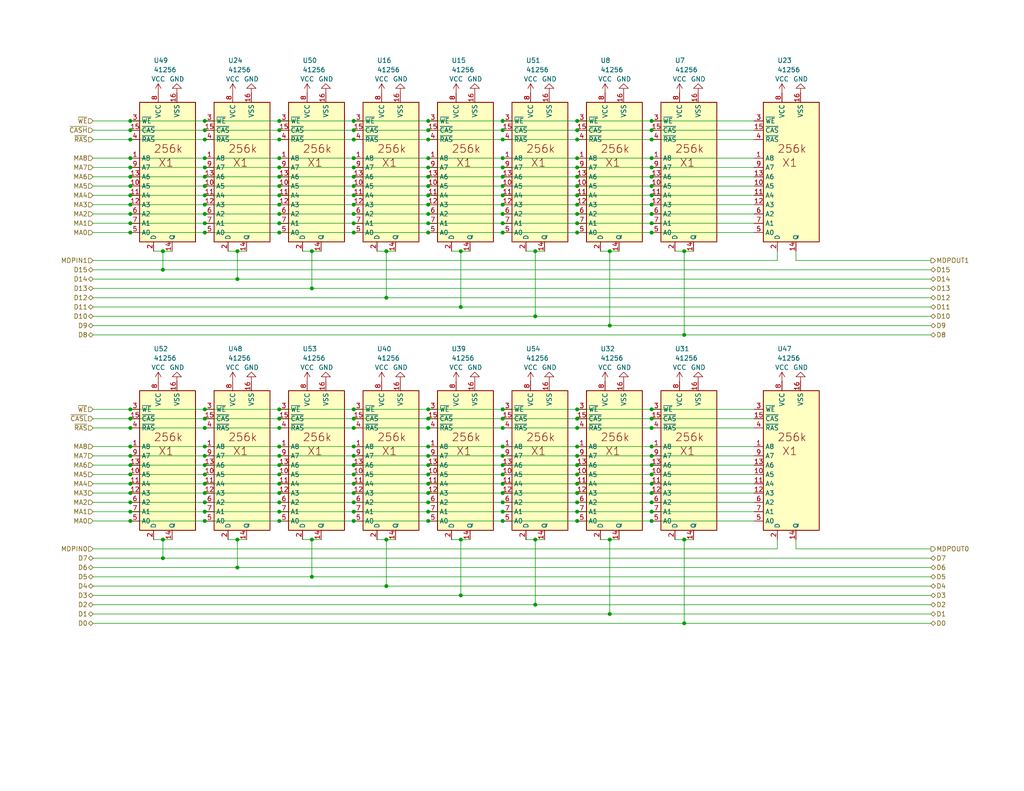
<source format=kicad_sch>
(kicad_sch (version 20231120) (generator "eeschema") (generator_version "8.0")
  (paper "USLetter")
  (title_block (title "Compaq Portable II System Memory Board") (date "2024-03-22") (company "Compaq") (comment 1 "P/N 104176-001") (comment 2 "ASSY 000330"))
  (lib_symbols
    (symbol "MyRam:41256"
      (property "Reference" "U" (at 5.08 20.32 0))
      (property "Value" "41256" (at 5.08 17.78 0))
      (symbol "41256_0_1"
        (rectangle (start -7.62 15.24) (end 7.62 -22.86) (stroke (width 0.254)) (fill (type background)))
        (pin input line (at -10.16 -7.62 0) (length 2.54) (name "A5") (number "10"))
        (pin input line (at -10.16 -10.16 0) (length 2.54) (name "A4") (number "11"))
        (pin input line (at -10.16 -12.7 0) (length 2.54) (name "A3") (number "12"))
        (pin input line (at -10.16 -5.08 0) (length 2.54) (name "A6") (number "13"))
        (pin tri_state line (at 1.27 -25.4 90) (length 2.54) (name "Q") (number "14"))
        (pin power_in line (at 2.54 17.78 270) (length 2.54) (name "VSS") (number "16"))
        (pin input line (at -3.81 -25.4 90) (length 2.54) (name "D") (number "2"))
        (pin input line (at -10.16 -20.32 0) (length 2.54) (name "A0") (number "5"))
        (pin input line (at -10.16 -15.24 0) (length 2.54) (name "A2") (number "6"))
        (pin input line (at -10.16 -17.78 0) (length 2.54) (name "A1") (number "7"))
        (pin power_in line (at -2.54 17.78 270) (length 2.54) (name "VCC") (number "8"))
      )
      (symbol "41256_1_1"
        (text "256k" (at -3.81 3.81 0) (effects (font (size 2.1336 2.1336)) (justify left top)))
        (text "X1" (at -2.54 0 0) (effects (font (size 2.1336 2.1336)) (justify left top)))
        (pin input line (at -10.16 0 0) (length 2.54) (name "A8") (number "1"))
        (pin input line (at -10.16 7.62 0) (length 2.54) (name "~{CAS}") (number "15"))
        (pin input line (at -10.16 10.16 0) (length 2.54) (name "~{WE}") (number "3"))
        (pin input line (at -10.16 5.08 0) (length 2.54) (name "~{RAS}") (number "4"))
        (pin input line (at -10.16 -2.54 0) (length 2.54) (name "A7") (number "9"))
      )
    )
    (symbol "power:GND" (power) (pin_numbers hide) (pin_names (offset 0) hide)
      (property "Value" "GND" (at 0 -3.81 0))
      (symbol "GND_0_1"
        (polyline (pts (xy 0 0) (xy 0 -1.27) (xy 1.27 -1.27) (xy 0 -2.54) (xy -1.27 -1.27) (xy 0 -1.27)))
      )
      (symbol "GND_1_1"
        (pin power_in line (at 0 0 270) (length 0) (name "~") (number "1"))
      )
    )
    (symbol "power:VCC" (power) (pin_numbers hide) (pin_names (offset 0) hide)
      (property "Value" "VCC" (at 0 3.556 0))
      (symbol "VCC_0_1"
        (polyline (pts (xy -0.762 1.27) (xy 0 2.54)))
        (polyline (pts (xy 0 0) (xy 0 2.54)))
        (polyline (pts (xy 0 2.54) (xy 0.762 1.27)))
      )
      (symbol "VCC_1_1"
        (pin power_in line (at 0 0 90) (length 0) (name "~") (number "1"))
      )
    )
  )
  (junction (at 105.41 81.28))
  (junction (at 116.84 124.46))
  (junction (at 146.05 86.36))
  (junction (at 96.52 127))
  (junction (at 96.52 43.18))
  (junction (at 177.8 55.88))
  (junction (at 55.88 50.8))
  (junction (at 137.16 127))
  (junction (at 116.84 116.84))
  (junction (at 137.16 35.56))
  (junction (at 137.16 142.24))
  (junction (at 116.84 63.5))
  (junction (at 146.05 165.1))
  (junction (at 177.8 38.1))
  (junction (at 96.52 124.46))
  (junction (at 157.48 43.18))
  (junction (at 116.84 111.76))
  (junction (at 166.37 68.58))
  (junction (at 116.84 43.18))
  (junction (at 85.09 147.32))
  (junction (at 35.56 114.3))
  (junction (at 157.48 124.46))
  (junction (at 186.69 91.44))
  (junction (at 116.84 142.24))
  (junction (at 76.2 132.08))
  (junction (at 116.84 121.92))
  (junction (at 76.2 111.76))
  (junction (at 116.84 60.96))
  (junction (at 64.77 147.32))
  (junction (at 105.41 147.32))
  (junction (at 85.09 68.58))
  (junction (at 96.52 132.08))
  (junction (at 116.84 45.72))
  (junction (at 157.48 53.34))
  (junction (at 55.88 33.02))
  (junction (at 55.88 129.54))
  (junction (at 116.84 48.26))
  (junction (at 55.88 48.26))
  (junction (at 137.16 53.34))
  (junction (at 157.48 45.72))
  (junction (at 76.2 114.3))
  (junction (at 146.05 68.58))
  (junction (at 44.45 73.66))
  (junction (at 137.16 139.7))
  (junction (at 55.88 139.7))
  (junction (at 76.2 55.88))
  (junction (at 35.56 55.88))
  (junction (at 116.84 50.8))
  (junction (at 177.8 53.34))
  (junction (at 35.56 38.1))
  (junction (at 157.48 114.3))
  (junction (at 186.69 68.58))
  (junction (at 177.8 116.84))
  (junction (at 177.8 134.62))
  (junction (at 76.2 48.26))
  (junction (at 177.8 142.24))
  (junction (at 157.48 33.02))
  (junction (at 157.48 132.08))
  (junction (at 157.48 127))
  (junction (at 55.88 116.84))
  (junction (at 157.48 63.5))
  (junction (at 76.2 60.96))
  (junction (at 137.16 124.46))
  (junction (at 157.48 58.42))
  (junction (at 55.88 45.72))
  (junction (at 137.16 58.42))
  (junction (at 137.16 116.84))
  (junction (at 137.16 129.54))
  (junction (at 76.2 43.18))
  (junction (at 186.69 147.32))
  (junction (at 125.73 147.32))
  (junction (at 116.84 55.88))
  (junction (at 96.52 60.96))
  (junction (at 137.16 60.96))
  (junction (at 44.45 147.32))
  (junction (at 177.8 60.96))
  (junction (at 35.56 116.84))
  (junction (at 96.52 48.26))
  (junction (at 35.56 111.76))
  (junction (at 157.48 60.96))
  (junction (at 76.2 137.16))
  (junction (at 166.37 147.32))
  (junction (at 55.88 53.34))
  (junction (at 177.8 137.16))
  (junction (at 157.48 137.16))
  (junction (at 35.56 137.16))
  (junction (at 116.84 129.54))
  (junction (at 55.88 132.08))
  (junction (at 146.05 147.32))
  (junction (at 177.8 114.3))
  (junction (at 76.2 35.56))
  (junction (at 76.2 53.34))
  (junction (at 96.52 134.62))
  (junction (at 76.2 124.46))
  (junction (at 96.52 58.42))
  (junction (at 35.56 63.5))
  (junction (at 55.88 35.56))
  (junction (at 55.88 38.1))
  (junction (at 55.88 114.3))
  (junction (at 96.52 116.84))
  (junction (at 177.8 129.54))
  (junction (at 137.16 33.02))
  (junction (at 137.16 111.76))
  (junction (at 137.16 50.8))
  (junction (at 116.84 114.3))
  (junction (at 125.73 83.82))
  (junction (at 137.16 38.1))
  (junction (at 116.84 38.1))
  (junction (at 96.52 45.72))
  (junction (at 116.84 137.16))
  (junction (at 35.56 121.92))
  (junction (at 177.8 45.72))
  (junction (at 157.48 139.7))
  (junction (at 105.41 160.02))
  (junction (at 55.88 142.24))
  (junction (at 157.48 111.76))
  (junction (at 116.84 134.62))
  (junction (at 137.16 134.62))
  (junction (at 64.77 76.2))
  (junction (at 44.45 152.4))
  (junction (at 76.2 116.84))
  (junction (at 177.8 35.56))
  (junction (at 96.52 35.56))
  (junction (at 137.16 45.72))
  (junction (at 76.2 45.72))
  (junction (at 96.52 55.88))
  (junction (at 35.56 43.18))
  (junction (at 177.8 50.8))
  (junction (at 116.84 35.56))
  (junction (at 157.48 50.8))
  (junction (at 116.84 33.02))
  (junction (at 116.84 139.7))
  (junction (at 177.8 33.02))
  (junction (at 96.52 33.02))
  (junction (at 96.52 63.5))
  (junction (at 64.77 154.94))
  (junction (at 157.48 134.62))
  (junction (at 137.16 121.92))
  (junction (at 76.2 127))
  (junction (at 35.56 33.02))
  (junction (at 55.88 43.18))
  (junction (at 55.88 137.16))
  (junction (at 116.84 132.08))
  (junction (at 137.16 114.3))
  (junction (at 166.37 88.9))
  (junction (at 177.8 139.7))
  (junction (at 137.16 43.18))
  (junction (at 96.52 111.76))
  (junction (at 116.84 53.34))
  (junction (at 186.69 170.18))
  (junction (at 85.09 157.48))
  (junction (at 76.2 58.42))
  (junction (at 137.16 137.16))
  (junction (at 166.37 167.64))
  (junction (at 55.88 124.46))
  (junction (at 157.48 116.84))
  (junction (at 76.2 63.5))
  (junction (at 137.16 132.08))
  (junction (at 76.2 129.54))
  (junction (at 157.48 129.54))
  (junction (at 76.2 121.92))
  (junction (at 105.41 68.58))
  (junction (at 177.8 111.76))
  (junction (at 177.8 43.18))
  (junction (at 157.48 121.92))
  (junction (at 55.88 111.76))
  (junction (at 177.8 63.5))
  (junction (at 157.48 142.24))
  (junction (at 96.52 121.92))
  (junction (at 35.56 134.62))
  (junction (at 76.2 134.62))
  (junction (at 125.73 68.58))
  (junction (at 76.2 50.8))
  (junction (at 35.56 124.46))
  (junction (at 35.56 50.8))
  (junction (at 35.56 58.42))
  (junction (at 35.56 142.24))
  (junction (at 55.88 58.42))
  (junction (at 96.52 137.16))
  (junction (at 96.52 114.3))
  (junction (at 76.2 38.1))
  (junction (at 35.56 129.54))
  (junction (at 44.45 68.58))
  (junction (at 177.8 132.08))
  (junction (at 76.2 139.7))
  (junction (at 96.52 53.34))
  (junction (at 35.56 60.96))
  (junction (at 177.8 127))
  (junction (at 76.2 142.24))
  (junction (at 157.48 35.56))
  (junction (at 55.88 121.92))
  (junction (at 35.56 127))
  (junction (at 96.52 139.7))
  (junction (at 177.8 121.92))
  (junction (at 116.84 58.42))
  (junction (at 177.8 58.42))
  (junction (at 96.52 50.8))
  (junction (at 35.56 53.34))
  (junction (at 96.52 129.54))
  (junction (at 35.56 35.56))
  (junction (at 125.73 162.56))
  (junction (at 137.16 48.26))
  (junction (at 55.88 127))
  (junction (at 55.88 55.88))
  (junction (at 55.88 63.5))
  (junction (at 35.56 132.08))
  (junction (at 35.56 45.72))
  (junction (at 177.8 48.26))
  (junction (at 85.09 78.74))
  (junction (at 137.16 63.5))
  (junction (at 157.48 55.88))
  (junction (at 76.2 33.02))
  (junction (at 35.56 48.26))
  (junction (at 55.88 60.96))
  (junction (at 35.56 139.7))
  (junction (at 137.16 55.88))
  (junction (at 116.84 127))
  (junction (at 157.48 48.26))
  (junction (at 96.52 142.24))
  (junction (at 55.88 134.62))
  (junction (at 157.48 38.1))
  (junction (at 96.52 38.1))
  (junction (at 64.77 68.58))
  (junction (at 177.8 124.46))
  (wire (pts (xy 177.8 124.46) (xy 205.74 124.46)))
  (wire (pts (xy 146.05 147.32) (xy 143.51 147.32)))
  (wire (pts (xy 177.8 43.18) (xy 205.74 43.18)))
  (wire (pts (xy 177.8 58.42) (xy 205.74 58.42)))
  (wire (pts (xy 146.05 68.58) (xy 148.59 68.58)))
  (wire (pts (xy 76.2 60.96) (xy 96.52 60.96)))
  (wire (pts (xy 254 170.18) (xy 186.69 170.18)))
  (wire (pts (xy 76.2 48.26) (xy 96.52 48.26)))
  (wire (pts (xy 116.84 63.5) (xy 137.16 63.5)))
  (wire (pts (xy 137.16 38.1) (xy 157.48 38.1)))
  (wire (pts (xy 25.4 88.9) (xy 166.37 88.9)))
  (wire (pts (xy 116.84 60.96) (xy 137.16 60.96)))
  (wire (pts (xy 35.56 132.08) (xy 55.88 132.08)))
  (wire (pts (xy 177.8 53.34) (xy 205.74 53.34)))
  (wire (pts (xy 116.84 127) (xy 137.16 127)))
  (wire (pts (xy 25.4 48.26) (xy 35.56 48.26)))
  (wire (pts (xy 186.69 147.32) (xy 184.15 147.32)))
  (wire (pts (xy 116.84 48.26) (xy 137.16 48.26)))
  (wire (pts (xy 137.16 43.18) (xy 157.48 43.18)))
  (wire (pts (xy 116.84 35.56) (xy 137.16 35.56)))
  (wire (pts (xy 55.88 50.8) (xy 76.2 50.8)))
  (wire (pts (xy 96.52 127) (xy 116.84 127)))
  (wire (pts (xy 217.17 149.86) (xy 217.17 147.32)))
  (wire (pts (xy 96.52 124.46) (xy 116.84 124.46)))
  (wire (pts (xy 157.48 139.7) (xy 177.8 139.7)))
  (wire (pts (xy 25.4 35.56) (xy 35.56 35.56)))
  (wire (pts (xy 166.37 147.32) (xy 166.37 167.64)))
  (wire (pts (xy 76.2 137.16) (xy 96.52 137.16)))
  (wire (pts (xy 96.52 121.92) (xy 116.84 121.92)))
  (wire (pts (xy 96.52 137.16) (xy 116.84 137.16)))
  (wire (pts (xy 125.73 68.58) (xy 125.73 83.82)))
  (wire (pts (xy 125.73 147.32) (xy 128.27 147.32)))
  (wire (pts (xy 177.8 121.92) (xy 205.74 121.92)))
  (wire (pts (xy 116.84 53.34) (xy 137.16 53.34)))
  (wire (pts (xy 25.4 73.66) (xy 44.45 73.66)))
  (wire (pts (xy 55.88 48.26) (xy 76.2 48.26)))
  (wire (pts (xy 177.8 127) (xy 205.74 127)))
  (wire (pts (xy 25.4 165.1) (xy 146.05 165.1)))
  (wire (pts (xy 96.52 132.08) (xy 116.84 132.08)))
  (wire (pts (xy 76.2 45.72) (xy 96.52 45.72)))
  (wire (pts (xy 35.56 48.26) (xy 55.88 48.26)))
  (wire (pts (xy 96.52 53.34) (xy 116.84 53.34)))
  (wire (pts (xy 137.16 129.54) (xy 157.48 129.54)))
  (wire (pts (xy 35.56 139.7) (xy 55.88 139.7)))
  (wire (pts (xy 137.16 124.46) (xy 157.48 124.46)))
  (wire (pts (xy 105.41 68.58) (xy 105.41 81.28)))
  (wire (pts (xy 254 165.1) (xy 146.05 165.1)))
  (wire (pts (xy 55.88 33.02) (xy 76.2 33.02)))
  (wire (pts (xy 44.45 73.66) (xy 254 73.66)))
  (wire (pts (xy 96.52 33.02) (xy 116.84 33.02)))
  (wire (pts (xy 35.56 50.8) (xy 55.88 50.8)))
  (wire (pts (xy 35.56 58.42) (xy 55.88 58.42)))
  (wire (pts (xy 25.4 149.86) (xy 212.09 149.86)))
  (wire (pts (xy 137.16 53.34) (xy 157.48 53.34)))
  (wire (pts (xy 96.52 43.18) (xy 116.84 43.18)))
  (wire (pts (xy 205.74 111.76) (xy 177.8 111.76)))
  (wire (pts (xy 25.4 127) (xy 35.56 127)))
  (wire (pts (xy 85.09 68.58) (xy 87.63 68.58)))
  (wire (pts (xy 212.09 68.58) (xy 212.09 71.12)))
  (wire (pts (xy 35.56 43.18) (xy 55.88 43.18)))
  (wire (pts (xy 157.48 132.08) (xy 177.8 132.08)))
  (wire (pts (xy 35.56 53.34) (xy 55.88 53.34)))
  (wire (pts (xy 55.88 116.84) (xy 76.2 116.84)))
  (wire (pts (xy 116.84 124.46) (xy 137.16 124.46)))
  (wire (pts (xy 76.2 142.24) (xy 96.52 142.24)))
  (wire (pts (xy 102.87 68.58) (xy 105.41 68.58)))
  (wire (pts (xy 35.56 142.24) (xy 55.88 142.24)))
  (wire (pts (xy 217.17 71.12) (xy 217.17 68.58)))
  (wire (pts (xy 137.16 127) (xy 157.48 127)))
  (wire (pts (xy 137.16 139.7) (xy 157.48 139.7)))
  (wire (pts (xy 157.48 43.18) (xy 177.8 43.18)))
  (wire (pts (xy 177.8 60.96) (xy 205.74 60.96)))
  (wire (pts (xy 76.2 55.88) (xy 96.52 55.88)))
  (wire (pts (xy 177.8 48.26) (xy 205.74 48.26)))
  (wire (pts (xy 76.2 53.34) (xy 96.52 53.34)))
  (wire (pts (xy 254 91.44) (xy 186.69 91.44)))
  (wire (pts (xy 55.88 55.88) (xy 76.2 55.88)))
  (wire (pts (xy 25.4 160.02) (xy 105.41 160.02)))
  (wire (pts (xy 35.56 45.72) (xy 55.88 45.72)))
  (wire (pts (xy 254 154.94) (xy 64.77 154.94)))
  (wire (pts (xy 76.2 127) (xy 96.52 127)))
  (wire (pts (xy 55.88 132.08) (xy 76.2 132.08)))
  (wire (pts (xy 55.88 124.46) (xy 76.2 124.46)))
  (wire (pts (xy 177.8 139.7) (xy 205.74 139.7)))
  (wire (pts (xy 254 157.48) (xy 85.09 157.48)))
  (wire (pts (xy 55.88 58.42) (xy 76.2 58.42)))
  (wire (pts (xy 157.48 114.3) (xy 177.8 114.3)))
  (wire (pts (xy 177.8 38.1) (xy 205.74 38.1)))
  (wire (pts (xy 157.48 35.56) (xy 177.8 35.56)))
  (wire (pts (xy 96.52 114.3) (xy 116.84 114.3)))
  (wire (pts (xy 44.45 68.58) (xy 44.45 73.66)))
  (wire (pts (xy 25.4 86.36) (xy 146.05 86.36)))
  (wire (pts (xy 166.37 68.58) (xy 168.91 68.58)))
  (wire (pts (xy 177.8 50.8) (xy 205.74 50.8)))
  (wire (pts (xy 64.77 68.58) (xy 67.31 68.58)))
  (wire (pts (xy 25.4 157.48) (xy 85.09 157.48)))
  (wire (pts (xy 116.84 33.02) (xy 137.16 33.02)))
  (wire (pts (xy 35.56 129.54) (xy 55.88 129.54)))
  (wire (pts (xy 96.52 60.96) (xy 116.84 60.96)))
  (wire (pts (xy 157.48 116.84) (xy 177.8 116.84)))
  (wire (pts (xy 55.88 111.76) (xy 76.2 111.76)))
  (wire (pts (xy 96.52 50.8) (xy 116.84 50.8)))
  (wire (pts (xy 254 88.9) (xy 166.37 88.9)))
  (wire (pts (xy 55.88 127) (xy 76.2 127)))
  (wire (pts (xy 96.52 58.42) (xy 116.84 58.42)))
  (wire (pts (xy 177.8 137.16) (xy 205.74 137.16)))
  (wire (pts (xy 25.4 154.94) (xy 64.77 154.94)))
  (wire (pts (xy 116.84 137.16) (xy 137.16 137.16)))
  (wire (pts (xy 64.77 154.94) (xy 64.77 147.32)))
  (wire (pts (xy 76.2 43.18) (xy 96.52 43.18)))
  (wire (pts (xy 25.4 78.74) (xy 85.09 78.74)))
  (wire (pts (xy 157.48 121.92) (xy 137.16 121.92)))
  (wire (pts (xy 254 83.82) (xy 125.73 83.82)))
  (wire (pts (xy 137.16 134.62) (xy 157.48 134.62)))
  (wire (pts (xy 157.48 63.5) (xy 177.8 63.5)))
  (wire (pts (xy 25.4 116.84) (xy 35.56 116.84)))
  (wire (pts (xy 254 78.74) (xy 85.09 78.74)))
  (wire (pts (xy 166.37 147.32) (xy 163.83 147.32)))
  (wire (pts (xy 35.56 60.96) (xy 55.88 60.96)))
  (wire (pts (xy 105.41 147.32) (xy 102.87 147.32)))
  (wire (pts (xy 166.37 68.58) (xy 166.37 88.9)))
  (wire (pts (xy 116.84 139.7) (xy 137.16 139.7)))
  (wire (pts (xy 76.2 63.5) (xy 96.52 63.5)))
  (wire (pts (xy 116.84 111.76) (xy 137.16 111.76)))
  (wire (pts (xy 35.56 63.5) (xy 55.88 63.5)))
  (wire (pts (xy 157.48 111.76) (xy 177.8 111.76)))
  (wire (pts (xy 55.88 134.62) (xy 76.2 134.62)))
  (wire (pts (xy 157.48 127) (xy 177.8 127)))
  (wire (pts (xy 76.2 58.42) (xy 96.52 58.42)))
  (wire (pts (xy 146.05 147.32) (xy 146.05 165.1)))
  (wire (pts (xy 25.4 83.82) (xy 125.73 83.82)))
  (wire (pts (xy 96.52 55.88) (xy 116.84 55.88)))
  (wire (pts (xy 116.84 45.72) (xy 137.16 45.72)))
  (wire (pts (xy 123.19 68.58) (xy 125.73 68.58)))
  (wire (pts (xy 177.8 45.72) (xy 205.74 45.72)))
  (wire (pts (xy 35.56 116.84) (xy 55.88 116.84)))
  (wire (pts (xy 212.09 147.32) (xy 212.09 149.86)))
  (wire (pts (xy 254 167.64) (xy 166.37 167.64)))
  (wire (pts (xy 35.56 124.46) (xy 55.88 124.46)))
  (wire (pts (xy 64.77 147.32) (xy 62.23 147.32)))
  (wire (pts (xy 25.4 142.24) (xy 35.56 142.24)))
  (wire (pts (xy 35.56 137.16) (xy 55.88 137.16)))
  (wire (pts (xy 177.8 55.88) (xy 205.74 55.88)))
  (wire (pts (xy 157.48 124.46) (xy 177.8 124.46)))
  (wire (pts (xy 64.77 147.32) (xy 67.31 147.32)))
  (wire (pts (xy 76.2 129.54) (xy 96.52 129.54)))
  (wire (pts (xy 157.48 121.92) (xy 177.8 121.92)))
  (wire (pts (xy 254 81.28) (xy 105.41 81.28)))
  (wire (pts (xy 137.16 114.3) (xy 116.84 114.3)))
  (wire (pts (xy 76.2 124.46) (xy 96.52 124.46)))
  (wire (pts (xy 25.4 33.02) (xy 35.56 33.02)))
  (wire (pts (xy 157.48 134.62) (xy 177.8 134.62)))
  (wire (pts (xy 143.51 68.58) (xy 146.05 68.58)))
  (wire (pts (xy 25.4 162.56) (xy 125.73 162.56)))
  (wire (pts (xy 85.09 147.32) (xy 82.55 147.32)))
  (wire (pts (xy 25.4 152.4) (xy 44.45 152.4)))
  (wire (pts (xy 85.09 147.32) (xy 85.09 157.48)))
  (wire (pts (xy 25.4 114.3) (xy 35.56 114.3)))
  (wire (pts (xy 254 86.36) (xy 146.05 86.36)))
  (wire (pts (xy 137.16 35.56) (xy 157.48 35.56)))
  (wire (pts (xy 116.84 134.62) (xy 137.16 134.62)))
  (wire (pts (xy 55.88 35.56) (xy 76.2 35.56)))
  (wire (pts (xy 76.2 116.84) (xy 96.52 116.84)))
  (wire (pts (xy 55.88 137.16) (xy 76.2 137.16)))
  (wire (pts (xy 137.16 45.72) (xy 157.48 45.72)))
  (wire (pts (xy 25.4 53.34) (xy 35.56 53.34)))
  (wire (pts (xy 157.48 116.84) (xy 137.16 116.84)))
  (wire (pts (xy 44.45 152.4) (xy 254 152.4)))
  (wire (pts (xy 76.2 111.76) (xy 96.52 111.76)))
  (wire (pts (xy 157.48 142.24) (xy 177.8 142.24)))
  (wire (pts (xy 168.91 147.32) (xy 166.37 147.32)))
  (wire (pts (xy 254 76.2) (xy 64.77 76.2)))
  (wire (pts (xy 35.56 134.62) (xy 55.88 134.62)))
  (wire (pts (xy 25.4 91.44) (xy 186.69 91.44)))
  (wire (pts (xy 25.4 81.28) (xy 105.41 81.28)))
  (wire (pts (xy 25.4 71.12) (xy 212.09 71.12)))
  (wire (pts (xy 55.88 63.5) (xy 76.2 63.5)))
  (wire (pts (xy 96.52 134.62) (xy 116.84 134.62)))
  (wire (pts (xy 157.48 48.26) (xy 177.8 48.26)))
  (wire (pts (xy 157.48 45.72) (xy 177.8 45.72)))
  (wire (pts (xy 55.88 121.92) (xy 76.2 121.92)))
  (wire (pts (xy 35.56 114.3) (xy 55.88 114.3)))
  (wire (pts (xy 137.16 55.88) (xy 157.48 55.88)))
  (wire (pts (xy 55.88 142.24) (xy 76.2 142.24)))
  (wire (pts (xy 55.88 38.1) (xy 76.2 38.1)))
  (wire (pts (xy 177.8 35.56) (xy 205.74 35.56)))
  (wire (pts (xy 137.16 50.8) (xy 157.48 50.8)))
  (wire (pts (xy 105.41 147.32) (xy 105.41 160.02)))
  (wire (pts (xy 116.84 121.92) (xy 137.16 121.92)))
  (wire (pts (xy 76.2 134.62) (xy 96.52 134.62)))
  (wire (pts (xy 44.45 68.58) (xy 46.99 68.58)))
  (wire (pts (xy 137.16 48.26) (xy 157.48 48.26)))
  (wire (pts (xy 186.69 147.32) (xy 189.23 147.32)))
  (wire (pts (xy 116.84 43.18) (xy 137.16 43.18)))
  (wire (pts (xy 177.8 142.24) (xy 205.74 142.24)))
  (wire (pts (xy 41.91 68.58) (xy 44.45 68.58)))
  (wire (pts (xy 25.4 43.18) (xy 35.56 43.18)))
  (wire (pts (xy 25.4 76.2) (xy 64.77 76.2)))
  (wire (pts (xy 116.84 132.08) (xy 137.16 132.08)))
  (wire (pts (xy 76.2 114.3) (xy 96.52 114.3)))
  (wire (pts (xy 44.45 147.32) (xy 46.99 147.32)))
  (wire (pts (xy 64.77 68.58) (xy 64.77 76.2)))
  (wire (pts (xy 25.4 58.42) (xy 35.56 58.42)))
  (wire (pts (xy 137.16 63.5) (xy 157.48 63.5)))
  (wire (pts (xy 137.16 60.96) (xy 157.48 60.96)))
  (wire (pts (xy 25.4 167.64) (xy 166.37 167.64)))
  (wire (pts (xy 157.48 55.88) (xy 177.8 55.88)))
  (wire (pts (xy 62.23 68.58) (xy 64.77 68.58)))
  (wire (pts (xy 96.52 63.5) (xy 116.84 63.5)))
  (wire (pts (xy 25.4 121.92) (xy 35.56 121.92)))
  (wire (pts (xy 55.88 114.3) (xy 76.2 114.3)))
  (wire (pts (xy 55.88 43.18) (xy 76.2 43.18)))
  (wire (pts (xy 254 160.02) (xy 105.41 160.02)))
  (wire (pts (xy 85.09 68.58) (xy 85.09 78.74)))
  (wire (pts (xy 76.2 35.56) (xy 96.52 35.56)))
  (wire (pts (xy 157.48 58.42) (xy 177.8 58.42)))
  (wire (pts (xy 25.4 124.46) (xy 35.56 124.46)))
  (wire (pts (xy 96.52 38.1) (xy 116.84 38.1)))
  (wire (pts (xy 25.4 111.76) (xy 35.56 111.76)))
  (wire (pts (xy 186.69 68.58) (xy 189.23 68.58)))
  (wire (pts (xy 76.2 121.92) (xy 96.52 121.92)))
  (wire (pts (xy 25.4 50.8) (xy 35.56 50.8)))
  (wire (pts (xy 116.84 129.54) (xy 137.16 129.54)))
  (wire (pts (xy 44.45 147.32) (xy 44.45 152.4)))
  (wire (pts (xy 96.52 116.84) (xy 116.84 116.84)))
  (wire (pts (xy 25.4 137.16) (xy 35.56 137.16)))
  (wire (pts (xy 35.56 35.56) (xy 55.88 35.56)))
  (wire (pts (xy 35.56 38.1) (xy 55.88 38.1)))
  (wire (pts (xy 96.52 139.7) (xy 116.84 139.7)))
  (wire (pts (xy 25.4 139.7) (xy 35.56 139.7)))
  (wire (pts (xy 82.55 68.58) (xy 85.09 68.58)))
  (wire (pts (xy 217.17 149.86) (xy 254 149.86)))
  (wire (pts (xy 137.16 142.24) (xy 157.48 142.24)))
  (wire (pts (xy 125.73 147.32) (xy 125.73 162.56)))
  (wire (pts (xy 35.56 111.76) (xy 55.88 111.76)))
  (wire (pts (xy 25.4 129.54) (xy 35.56 129.54)))
  (wire (pts (xy 177.8 33.02) (xy 205.74 33.02)))
  (wire (pts (xy 137.16 132.08) (xy 157.48 132.08)))
  (wire (pts (xy 35.56 33.02) (xy 55.88 33.02)))
  (wire (pts (xy 96.52 142.24) (xy 116.84 142.24)))
  (wire (pts (xy 177.8 134.62) (xy 205.74 134.62)))
  (wire (pts (xy 157.48 38.1) (xy 177.8 38.1)))
  (wire (pts (xy 217.17 71.12) (xy 254 71.12)))
  (wire (pts (xy 148.59 147.32) (xy 146.05 147.32)))
  (wire (pts (xy 186.69 147.32) (xy 186.69 170.18)))
  (wire (pts (xy 157.48 33.02) (xy 177.8 33.02)))
  (wire (pts (xy 25.4 63.5) (xy 35.56 63.5)))
  (wire (pts (xy 157.48 129.54) (xy 177.8 129.54)))
  (wire (pts (xy 85.09 147.32) (xy 87.63 147.32)))
  (wire (pts (xy 254 162.56) (xy 125.73 162.56)))
  (wire (pts (xy 177.8 129.54) (xy 205.74 129.54)))
  (wire (pts (xy 55.88 129.54) (xy 76.2 129.54)))
  (wire (pts (xy 55.88 60.96) (xy 76.2 60.96)))
  (wire (pts (xy 96.52 48.26) (xy 116.84 48.26)))
  (wire (pts (xy 25.4 134.62) (xy 35.56 134.62)))
  (wire (pts (xy 157.48 53.34) (xy 177.8 53.34)))
  (wire (pts (xy 137.16 116.84) (xy 116.84 116.84)))
  (wire (pts (xy 146.05 68.58) (xy 146.05 86.36)))
  (wire (pts (xy 205.74 114.3) (xy 177.8 114.3)))
  (wire (pts (xy 157.48 50.8) (xy 177.8 50.8)))
  (wire (pts (xy 25.4 132.08) (xy 35.56 132.08)))
  (wire (pts (xy 25.4 38.1) (xy 35.56 38.1)))
  (wire (pts (xy 163.83 68.58) (xy 166.37 68.58)))
  (wire (pts (xy 177.8 63.5) (xy 205.74 63.5)))
  (wire (pts (xy 76.2 38.1) (xy 96.52 38.1)))
  (wire (pts (xy 55.88 139.7) (xy 76.2 139.7)))
  (wire (pts (xy 116.84 142.24) (xy 137.16 142.24)))
  (wire (pts (xy 41.91 147.32) (xy 44.45 147.32)))
  (wire (pts (xy 116.84 55.88) (xy 137.16 55.88)))
  (wire (pts (xy 105.41 68.58) (xy 107.95 68.58)))
  (wire (pts (xy 25.4 55.88) (xy 35.56 55.88)))
  (wire (pts (xy 205.74 116.84) (xy 177.8 116.84)))
  (wire (pts (xy 76.2 132.08) (xy 96.52 132.08)))
  (wire (pts (xy 116.84 58.42) (xy 137.16 58.42)))
  (wire (pts (xy 157.48 114.3) (xy 137.16 114.3)))
  (wire (pts (xy 35.56 121.92) (xy 55.88 121.92)))
  (wire (pts (xy 25.4 170.18) (xy 186.69 170.18)))
  (wire (pts (xy 96.52 35.56) (xy 116.84 35.56)))
  (wire (pts (xy 125.73 147.32) (xy 123.19 147.32)))
  (wire (pts (xy 184.15 68.58) (xy 186.69 68.58)))
  (wire (pts (xy 157.48 60.96) (xy 177.8 60.96)))
  (wire (pts (xy 186.69 68.58) (xy 186.69 91.44)))
  (wire (pts (xy 157.48 137.16) (xy 177.8 137.16)))
  (wire (pts (xy 76.2 139.7) (xy 96.52 139.7)))
  (wire (pts (xy 116.84 38.1) (xy 137.16 38.1)))
  (wire (pts (xy 96.52 45.72) (xy 116.84 45.72)))
  (wire (pts (xy 137.16 137.16) (xy 157.48 137.16)))
  (wire (pts (xy 25.4 45.72) (xy 35.56 45.72)))
  (wire (pts (xy 35.56 55.88) (xy 55.88 55.88)))
  (wire (pts (xy 177.8 132.08) (xy 205.74 132.08)))
  (wire (pts (xy 137.16 58.42) (xy 157.48 58.42)))
  (wire (pts (xy 96.52 111.76) (xy 116.84 111.76)))
  (wire (pts (xy 116.84 50.8) (xy 137.16 50.8)))
  (wire (pts (xy 55.88 45.72) (xy 76.2 45.72)))
  (wire (pts (xy 125.73 68.58) (xy 128.27 68.58)))
  (wire (pts (xy 137.16 33.02) (xy 157.48 33.02)))
  (wire (pts (xy 157.48 111.76) (xy 137.16 111.76)))
  (wire (pts (xy 35.56 127) (xy 55.88 127)))
  (wire (pts (xy 76.2 50.8) (xy 96.52 50.8)))
  (wire (pts (xy 55.88 53.34) (xy 76.2 53.34)))
  (wire (pts (xy 25.4 60.96) (xy 35.56 60.96)))
  (wire (pts (xy 76.2 33.02) (xy 96.52 33.02)))
  (wire (pts (xy 96.52 129.54) (xy 116.84 129.54)))
  (wire (pts (xy 105.41 147.32) (xy 107.95 147.32)))
  (hierarchical_label "D3" (shape bidirectional) (at 254 162.56 0))
  (hierarchical_label "MA7" (shape input) (at 25.4 124.46 180))
  (hierarchical_label "MA5" (shape input) (at 25.4 50.8 180))
  (hierarchical_label "D7" (shape bidirectional) (at 25.4 152.4 180))
  (hierarchical_label "MA2" (shape input) (at 25.4 58.42 180))
  (hierarchical_label "MDPIN0" (shape input) (at 25.4 149.86 180))
  (hierarchical_label "MDPIN1" (shape input) (at 25.4 71.12 180))
  (hierarchical_label "D6" (shape bidirectional) (at 25.4 154.94 180))
  (hierarchical_label "MA7" (shape input) (at 25.4 45.72 180))
  (hierarchical_label "D2" (shape bidirectional) (at 254 165.1 0))
  (hierarchical_label "D4" (shape bidirectional) (at 254 160.02 0))
  (hierarchical_label "D1" (shape bidirectional) (at 254 167.64 0))
  (hierarchical_label "~{RAS}" (shape input) (at 25.4 116.84 180))
  (hierarchical_label "MA2" (shape input) (at 25.4 137.16 180))
  (hierarchical_label "D5" (shape bidirectional) (at 25.4 157.48 180))
  (hierarchical_label "D6" (shape bidirectional) (at 254 154.94 0))
  (hierarchical_label "D11" (shape bidirectional) (at 254 83.82 0))
  (hierarchical_label "D7" (shape bidirectional) (at 254 152.4 0))
  (hierarchical_label "MA0" (shape input) (at 25.4 142.24 180))
  (hierarchical_label "D14" (shape bidirectional) (at 254 76.2 0))
  (hierarchical_label "MA5" (shape input) (at 25.4 129.54 180))
  (hierarchical_label "MA8" (shape input) (at 25.4 121.92 180))
  (hierarchical_label "D13" (shape bidirectional) (at 254 78.74 0))
  (hierarchical_label "D10" (shape bidirectional) (at 254 86.36 0))
  (hierarchical_label "D15" (shape bidirectional) (at 25.4 73.66 180))
  (hierarchical_label "D9" (shape bidirectional) (at 25.4 88.9 180))
  (hierarchical_label "D8" (shape bidirectional) (at 254 91.44 0))
  (hierarchical_label "~{WE}" (shape input) (at 25.4 111.76 180))
  (hierarchical_label "MDPOUT0" (shape output) (at 254 149.86 0))
  (hierarchical_label "D14" (shape bidirectional) (at 25.4 76.2 180))
  (hierarchical_label "MA3" (shape input) (at 25.4 55.88 180))
  (hierarchical_label "D11" (shape bidirectional) (at 25.4 83.82 180))
  (hierarchical_label "D9" (shape bidirectional) (at 254 88.9 0))
  (hierarchical_label "D0" (shape bidirectional) (at 25.4 170.18 180))
  (hierarchical_label "D15" (shape bidirectional) (at 254 73.66 0))
  (hierarchical_label "D0" (shape bidirectional) (at 254 170.18 0))
  (hierarchical_label "~{WE}" (shape input) (at 25.4 33.02 180))
  (hierarchical_label "~{RAS}" (shape input) (at 25.4 38.1 180))
  (hierarchical_label "~{CASH}" (shape input) (at 25.4 35.56 180))
  (hierarchical_label "D4" (shape bidirectional) (at 25.4 160.02 180))
  (hierarchical_label "D2" (shape bidirectional) (at 25.4 165.1 180))
  (hierarchical_label "MA6" (shape input) (at 25.4 48.26 180))
  (hierarchical_label "~{CASL}" (shape input) (at 25.4 114.3 180))
  (hierarchical_label "D12" (shape bidirectional) (at 25.4 81.28 180))
  (hierarchical_label "D3" (shape bidirectional) (at 25.4 162.56 180))
  (hierarchical_label "D10" (shape bidirectional) (at 25.4 86.36 180))
  (hierarchical_label "MA3" (shape input) (at 25.4 134.62 180))
  (hierarchical_label "MA6" (shape input) (at 25.4 127 180))
  (hierarchical_label "MA0" (shape input) (at 25.4 63.5 180))
  (hierarchical_label "MA1" (shape input) (at 25.4 139.7 180))
  (hierarchical_label "MA4" (shape input) (at 25.4 132.08 180))
  (hierarchical_label "D8" (shape bidirectional) (at 25.4 91.44 180))
  (hierarchical_label "MA8" (shape input) (at 25.4 43.18 180))
  (hierarchical_label "MA1" (shape input) (at 25.4 60.96 180))
  (hierarchical_label "D13" (shape bidirectional) (at 25.4 78.74 180))
  (hierarchical_label "D12" (shape bidirectional) (at 254 81.28 0))
  (hierarchical_label "MA4" (shape input) (at 25.4 53.34 180))
  (hierarchical_label "MDPOUT1" (shape output) (at 254 71.12 0))
  (hierarchical_label "D5" (shape bidirectional) (at 254 157.48 0))
  (hierarchical_label "D1" (shape bidirectional) (at 25.4 167.64 180))
  (symbol (lib_id "power:VCC") (at 185.42 25.4 0) (unit 1)
    (property "Reference" "#PWR0119" (effects (hide yes)))
    (property "Value" "VCC" (at 185.42 21.59 0))
    (property "Description" "Power symbol creates a global label with name \"VCC\"" (effects (hide yes)))
  )
  (symbol (lib_id "power:VCC") (at 144.78 104.14 0) (unit 1)
    (property "Reference" "#PWR0105" (effects (hide yes)))
    (property "Value" "VCC" (at 144.78 100.33 0))
    (property "Description" "Power symbol creates a global label with name \"VCC\"" (effects (hide yes)))
  )
  (symbol (lib_id "power:VCC") (at 43.18 25.4 0) (unit 1)
    (property "Reference" "#PWR0135" (effects (hide yes)))
    (property "Value" "VCC" (at 43.18 21.59 0))
    (property "Description" "Power symbol creates a global label with name \"VCC\"" (effects (hide yes)))
  )
  (symbol (lib_id "power:GND") (at 129.54 104.14 180) (unit 1)
    (property "Reference" "#PWR0110" (effects (hide yes)))
    (property "Value" "GND" (at 129.54 100.33 0))
    (property "Description" "Power symbol creates a global label with name \"GND\" , ground" (effects (hide yes)))
  )
  (symbol (lib_id "power:GND") (at 218.44 25.4 180) (unit 1)
    (property "Reference" "#PWR0121" (effects (hide yes)))
    (property "Value" "GND" (at 218.44 21.59 0))
    (property "Description" "Power symbol creates a global label with name \"GND\" , ground" (effects (hide yes)))
  )
  (symbol (lib_id "power:GND") (at 190.5 25.4 180) (unit 1)
    (property "Reference" "#PWR0120" (effects (hide yes)))
    (property "Value" "GND" (at 190.5 21.59 0))
    (property "Description" "Power symbol creates a global label with name \"GND\" , ground" (effects (hide yes)))
  )
  (symbol (lib_id "power:GND") (at 129.54 25.4 180) (unit 1)
    (property "Reference" "#PWR0128" (effects (hide yes)))
    (property "Value" "GND" (at 129.54 21.59 0))
    (property "Description" "Power symbol creates a global label with name \"GND\" , ground" (effects (hide yes)))
  )
  (symbol (lib_id "MyRam:41256") (at 187.96 121.92 0) (unit 1)
    (property "Reference" "U31" (at 184.15 95.25 0) (effects (justify left)))
    (property "Value" "41256" (at 184.15 97.79 0) (effects (justify left)))
    (property "Footprint" "Package_DIP:DIP-16_W7.62mm" (effects (hide yes)))
  )
  (symbol (lib_id "power:GND") (at 149.86 104.14 180) (unit 1)
    (property "Reference" "#PWR0104" (effects (hide yes)))
    (property "Value" "GND" (at 149.86 100.33 0))
    (property "Description" "Power symbol creates a global label with name \"GND\" , ground" (effects (hide yes)))
  )
  (symbol (lib_id "MyRam:41256") (at 127 43.18 0) (unit 1)
    (property "Reference" "U15" (at 123.19 16.51 0) (effects (justify left)))
    (property "Value" "41256" (at 123.19 19.05 0) (effects (justify left)))
    (property "Footprint" "Package_DIP:DIP-16_W7.62mm" (effects (hide yes)))
  )
  (symbol (lib_id "power:GND") (at 68.58 25.4 180) (unit 1)
    (property "Reference" "#PWR0134" (effects (hide yes)))
    (property "Value" "GND" (at 68.58 21.59 0))
    (property "Description" "Power symbol creates a global label with name \"GND\" , ground" (effects (hide yes)))
  )
  (symbol (lib_id "power:GND") (at 109.22 104.14 180) (unit 1)
    (property "Reference" "#PWR0111" (effects (hide yes)))
    (property "Value" "GND" (at 109.22 100.33 0))
    (property "Description" "Power symbol creates a global label with name \"GND\" , ground" (effects (hide yes)))
  )
  (symbol (lib_id "power:VCC") (at 165.1 25.4 0) (unit 1)
    (property "Reference" "#PWR0123" (effects (hide yes)))
    (property "Value" "VCC" (at 165.1 21.59 0))
    (property "Description" "Power symbol creates a global label with name \"VCC\"" (effects (hide yes)))
  )
  (symbol (lib_id "power:GND") (at 68.58 104.14 180) (unit 1)
    (property "Reference" "#PWR0106" (effects (hide yes)))
    (property "Value" "GND" (at 68.58 100.33 0))
    (property "Description" "Power symbol creates a global label with name \"GND\" , ground" (effects (hide yes)))
  )
  (symbol (lib_id "MyRam:41256") (at 147.32 43.18 0) (unit 1)
    (property "Reference" "U51" (at 143.51 16.51 0) (effects (justify left)))
    (property "Value" "41256" (at 143.51 19.05 0) (effects (justify left)))
    (property "Footprint" "Package_DIP:DIP-16_W7.62mm" (effects (hide yes)))
  )
  (symbol (lib_id "MyRam:41256") (at 215.9 121.92 0) (unit 1)
    (property "Reference" "U47" (at 212.09 95.25 0) (effects (justify left)))
    (property "Value" "41256" (at 212.09 97.79 0) (effects (justify left)))
    (property "Footprint" "Package_DIP:DIP-16_W7.62mm" (effects (hide yes)))
  )
  (symbol (lib_id "power:VCC") (at 185.42 104.14 0) (unit 1)
    (property "Reference" "#PWR0118" (effects (hide yes)))
    (property "Value" "VCC" (at 185.42 100.33 0))
    (property "Description" "Power symbol creates a global label with name \"VCC\"" (effects (hide yes)))
  )
  (symbol (lib_id "power:GND") (at 88.9 25.4 180) (unit 1)
    (property "Reference" "#PWR0132" (effects (hide yes)))
    (property "Value" "GND" (at 88.9 21.59 0))
    (property "Description" "Power symbol creates a global label with name \"GND\" , ground" (effects (hide yes)))
  )
  (symbol (lib_id "MyRam:41256") (at 167.64 43.18 0) (unit 1)
    (property "Reference" "U8" (at 163.83 16.51 0) (effects (justify left)))
    (property "Value" "41256" (at 163.83 19.05 0) (effects (justify left)))
    (property "Footprint" "Package_DIP:DIP-16_W7.62mm" (effects (hide yes)))
  )
  (symbol (lib_id "power:VCC") (at 63.5 104.14 0) (unit 1)
    (property "Reference" "#PWR0101" (effects (hide yes)))
    (property "Value" "VCC" (at 63.5 100.33 0))
    (property "Description" "Power symbol creates a global label with name \"VCC\"" (effects (hide yes)))
  )
  (symbol (lib_id "power:GND") (at 170.18 104.14 180) (unit 1)
    (property "Reference" "#PWR0114" (effects (hide yes)))
    (property "Value" "GND" (at 170.18 100.33 0))
    (property "Description" "Power symbol creates a global label with name \"GND\" , ground" (effects (hide yes)))
  )
  (symbol (lib_id "MyRam:41256") (at 147.32 121.92 0) (unit 1)
    (property "Reference" "U54" (at 143.51 95.25 0) (effects (justify left)))
    (property "Value" "41256" (at 143.51 97.79 0) (effects (justify left)))
    (property "Footprint" "Package_DIP:DIP-16_W7.62mm" (effects (hide yes)))
  )
  (symbol (lib_id "power:VCC") (at 83.82 25.4 0) (unit 1)
    (property "Reference" "#PWR0131" (effects (hide yes)))
    (property "Value" "VCC" (at 83.82 21.59 0))
    (property "Description" "Power symbol creates a global label with name \"VCC\"" (effects (hide yes)))
  )
  (symbol (lib_id "power:VCC") (at 124.46 25.4 0) (unit 1)
    (property "Reference" "#PWR0127" (effects (hide yes)))
    (property "Value" "VCC" (at 124.46 21.59 0))
    (property "Description" "Power symbol creates a global label with name \"VCC\"" (effects (hide yes)))
  )
  (symbol (lib_id "power:VCC") (at 83.82 104.14 0) (unit 1)
    (property "Reference" "#PWR0107" (effects (hide yes)))
    (property "Value" "VCC" (at 83.82 100.33 0))
    (property "Description" "Power symbol creates a global label with name \"VCC\"" (effects (hide yes)))
  )
  (symbol (lib_id "power:VCC") (at 63.5 25.4 0) (unit 1)
    (property "Reference" "#PWR0136" (effects (hide yes)))
    (property "Value" "VCC" (at 63.5 21.59 0))
    (property "Description" "Power symbol creates a global label with name \"VCC\"" (effects (hide yes)))
  )
  (symbol (lib_id "power:GND") (at 218.44 104.14 180) (unit 1)
    (property "Reference" "#PWR0116" (effects (hide yes)))
    (property "Value" "GND" (at 218.44 100.33 0))
    (property "Description" "Power symbol creates a global label with name \"GND\" , ground" (effects (hide yes)))
  )
  (symbol (lib_id "MyRam:41256") (at 167.64 121.92 0) (unit 1)
    (property "Reference" "U32" (at 163.83 95.25 0) (effects (justify left)))
    (property "Value" "41256" (at 163.83 97.79 0) (effects (justify left)))
    (property "Footprint" "Package_DIP:DIP-16_W7.62mm" (effects (hide yes)))
  )
  (symbol (lib_id "MyRam:41256") (at 86.36 43.18 0) (unit 1)
    (property "Reference" "U50" (at 82.55 16.51 0) (effects (justify left)))
    (property "Value" "41256" (at 82.55 19.05 0) (effects (justify left)))
    (property "Footprint" "Package_DIP:DIP-16_W7.62mm" (effects (hide yes)))
  )
  (symbol (lib_id "MyRam:41256") (at 45.72 121.92 0) (unit 1)
    (property "Reference" "U52" (at 41.91 95.25 0) (effects (justify left)))
    (property "Value" "41256" (at 41.91 97.79 0) (effects (justify left)))
    (property "Footprint" "Package_DIP:DIP-16_W7.62mm" (effects (hide yes)))
  )
  (symbol (lib_id "power:VCC") (at 144.78 25.4 0) (unit 1)
    (property "Reference" "#PWR0125" (effects (hide yes)))
    (property "Value" "VCC" (at 144.78 21.59 0))
    (property "Description" "Power symbol creates a global label with name \"VCC\"" (effects (hide yes)))
  )
  (symbol (lib_id "power:GND") (at 48.26 25.4 180) (unit 1)
    (property "Reference" "#PWR0133" (effects (hide yes)))
    (property "Value" "GND" (at 48.26 21.59 0))
    (property "Description" "Power symbol creates a global label with name \"GND\" , ground" (effects (hide yes)))
  )
  (symbol (lib_id "power:VCC") (at 213.36 25.4 0) (unit 1)
    (property "Reference" "#PWR0122" (effects (hide yes)))
    (property "Value" "VCC" (at 213.36 21.59 0))
    (property "Description" "Power symbol creates a global label with name \"VCC\"" (effects (hide yes)))
  )
  (symbol (lib_id "power:VCC") (at 104.14 25.4 0) (unit 1)
    (property "Reference" "#PWR0129" (effects (hide yes)))
    (property "Value" "VCC" (at 104.14 21.59 0))
    (property "Description" "Power symbol creates a global label with name \"VCC\"" (effects (hide yes)))
  )
  (symbol (lib_id "MyRam:41256") (at 66.04 121.92 0) (unit 1)
    (property "Reference" "U48" (at 62.23 95.25 0) (effects (justify left)))
    (property "Value" "41256" (at 62.23 97.79 0) (effects (justify left)))
    (property "Footprint" "Package_DIP:DIP-16_W7.62mm" (effects (hide yes)))
  )
  (symbol (lib_id "power:VCC") (at 124.46 104.14 0) (unit 1)
    (property "Reference" "#PWR0109" (effects (hide yes)))
    (property "Value" "VCC" (at 124.46 100.33 0))
    (property "Description" "Power symbol creates a global label with name \"VCC\"" (effects (hide yes)))
  )
  (symbol (lib_id "power:GND") (at 190.5 104.14 180) (unit 1)
    (property "Reference" "#PWR0117" (effects (hide yes)))
    (property "Value" "GND" (at 190.5 100.33 0))
    (property "Description" "Power symbol creates a global label with name \"GND\" , ground" (effects (hide yes)))
  )
  (symbol (lib_id "power:VCC") (at 43.18 104.14 0) (unit 1)
    (property "Reference" "#PWR0102" (effects (hide yes)))
    (property "Value" "VCC" (at 43.18 100.33 0))
    (property "Description" "Power symbol creates a global label with name \"VCC\"" (effects (hide yes)))
  )
  (symbol (lib_id "MyRam:41256") (at 106.68 121.92 0) (unit 1)
    (property "Reference" "U40" (at 102.87 95.25 0) (effects (justify left)))
    (property "Value" "41256" (at 102.87 97.79 0) (effects (justify left)))
    (property "Footprint" "Package_DIP:DIP-16_W7.62mm" (effects (hide yes)))
  )
  (symbol (lib_id "power:VCC") (at 213.36 104.14 0) (unit 1)
    (property "Reference" "#PWR0115" (effects (hide yes)))
    (property "Value" "VCC" (at 213.36 100.33 0))
    (property "Description" "Power symbol creates a global label with name \"VCC\"" (effects (hide yes)))
  )
  (symbol (lib_id "MyRam:41256") (at 86.36 121.92 0) (unit 1)
    (property "Reference" "U53" (at 82.55 95.25 0) (effects (justify left)))
    (property "Value" "41256" (at 82.55 97.79 0) (effects (justify left)))
    (property "Footprint" "Package_DIP:DIP-16_W7.62mm" (effects (hide yes)))
  )
  (symbol (lib_id "power:GND") (at 48.26 104.14 180) (unit 1)
    (property "Reference" "#PWR0103" (effects (hide yes)))
    (property "Value" "GND" (at 48.26 100.33 0))
    (property "Description" "Power symbol creates a global label with name \"GND\" , ground" (effects (hide yes)))
  )
  (symbol (lib_id "MyRam:41256") (at 66.04 43.18 0) (unit 1)
    (property "Reference" "U24" (at 62.23 16.51 0) (effects (justify left)))
    (property "Value" "41256" (at 62.23 19.05 0) (effects (justify left)))
    (property "Footprint" "Package_DIP:DIP-16_W7.62mm" (effects (hide yes)))
  )
  (symbol (lib_id "power:VCC") (at 165.1 104.14 0) (unit 1)
    (property "Reference" "#PWR0113" (effects (hide yes)))
    (property "Value" "VCC" (at 165.1 100.33 0))
    (property "Description" "Power symbol creates a global label with name \"VCC\"" (effects (hide yes)))
  )
  (symbol (lib_id "power:GND") (at 170.18 25.4 180) (unit 1)
    (property "Reference" "#PWR0124" (effects (hide yes)))
    (property "Value" "GND" (at 170.18 21.59 0))
    (property "Description" "Power symbol creates a global label with name \"GND\" , ground" (effects (hide yes)))
  )
  (symbol (lib_id "MyRam:41256") (at 215.9 43.18 0) (unit 1)
    (property "Reference" "U23" (at 212.09 16.51 0) (effects (justify left)))
    (property "Value" "41256" (at 212.09 19.05 0) (effects (justify left)))
    (property "Footprint" "Package_DIP:DIP-16_W7.62mm" (effects (hide yes)))
  )
  (symbol (lib_id "MyRam:41256") (at 187.96 43.18 0) (unit 1)
    (property "Reference" "U7" (at 184.15 16.51 0) (effects (justify left)))
    (property "Value" "41256" (at 184.15 19.05 0) (effects (justify left)))
    (property "Footprint" "Package_DIP:DIP-16_W7.62mm" (effects (hide yes)))
  )
  (symbol (lib_id "power:GND") (at 88.9 104.14 180) (unit 1)
    (property "Reference" "#PWR0108" (effects (hide yes)))
    (property "Value" "GND" (at 88.9 100.33 0))
    (property "Description" "Power symbol creates a global label with name \"GND\" , ground" (effects (hide yes)))
  )
  (symbol (lib_id "MyRam:41256") (at 127 121.92 0) (unit 1)
    (property "Reference" "U39" (at 123.19 95.25 0) (effects (justify left)))
    (property "Value" "41256" (at 123.19 97.79 0) (effects (justify left)))
    (property "Footprint" "Package_DIP:DIP-16_W7.62mm" (effects (hide yes)))
  )
  (symbol (lib_id "power:GND") (at 149.86 25.4 180) (unit 1)
    (property "Reference" "#PWR0126" (effects (hide yes)))
    (property "Value" "GND" (at 149.86 21.59 0))
    (property "Description" "Power symbol creates a global label with name \"GND\" , ground" (effects (hide yes)))
  )
  (symbol (lib_id "MyRam:41256") (at 106.68 43.18 0) (unit 1)
    (property "Reference" "U16" (at 102.87 16.51 0) (effects (justify left)))
    (property "Value" "41256" (at 102.87 19.05 0) (effects (justify left)))
    (property "Footprint" "Package_DIP:DIP-16_W7.62mm" (effects (hide yes)))
  )
  (symbol (lib_id "power:GND") (at 109.22 25.4 180) (unit 1)
    (property "Reference" "#PWR0130" (effects (hide yes)))
    (property "Value" "GND" (at 109.22 21.59 0))
    (property "Description" "Power symbol creates a global label with name \"GND\" , ground" (effects (hide yes)))
  )
  (symbol (lib_id "MyRam:41256") (at 45.72 43.18 0) (unit 1)
    (property "Reference" "U49" (at 41.91 16.51 0) (effects (justify left)))
    (property "Value" "41256" (at 41.91 19.05 0) (effects (justify left)))
    (property "Footprint" "Package_DIP:DIP-16_W7.62mm" (effects (hide yes)))
  )
  (symbol (lib_id "power:VCC") (at 104.14 104.14 0) (unit 1)
    (property "Reference" "#PWR0112" (effects (hide yes)))
    (property "Value" "VCC" (at 104.14 100.33 0))
    (property "Description" "Power symbol creates a global label with name \"VCC\"" (effects (hide yes)))
  )
)
</source>
